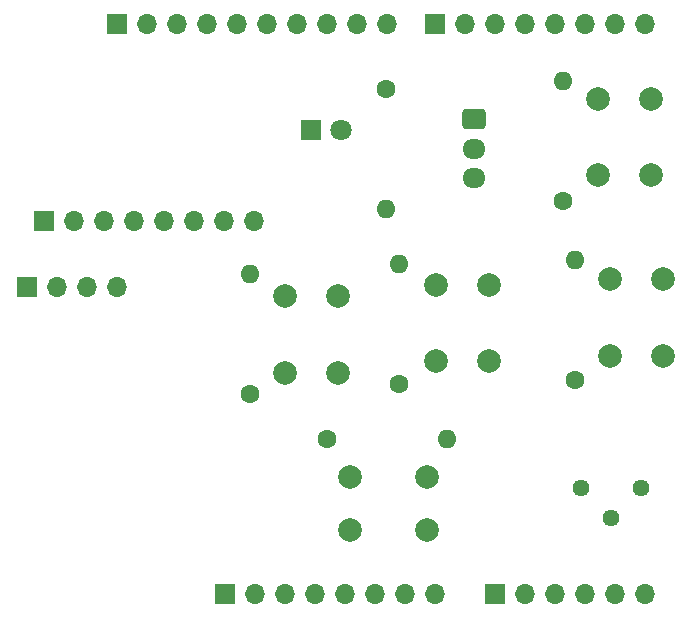
<source format=gbr>
%TF.GenerationSoftware,KiCad,Pcbnew,8.0.8*%
%TF.CreationDate,2025-02-03T21:16:33-07:00*%
%TF.ProjectId,Uno_Shield_ThermoProbe,556e6f5f-5368-4696-956c-645f54686572,rev?*%
%TF.SameCoordinates,Original*%
%TF.FileFunction,Soldermask,Top*%
%TF.FilePolarity,Negative*%
%FSLAX46Y46*%
G04 Gerber Fmt 4.6, Leading zero omitted, Abs format (unit mm)*
G04 Created by KiCad (PCBNEW 8.0.8) date 2025-02-03 21:16:33*
%MOMM*%
%LPD*%
G01*
G04 APERTURE LIST*
G04 Aperture macros list*
%AMRoundRect*
0 Rectangle with rounded corners*
0 $1 Rounding radius*
0 $2 $3 $4 $5 $6 $7 $8 $9 X,Y pos of 4 corners*
0 Add a 4 corners polygon primitive as box body*
4,1,4,$2,$3,$4,$5,$6,$7,$8,$9,$2,$3,0*
0 Add four circle primitives for the rounded corners*
1,1,$1+$1,$2,$3*
1,1,$1+$1,$4,$5*
1,1,$1+$1,$6,$7*
1,1,$1+$1,$8,$9*
0 Add four rect primitives between the rounded corners*
20,1,$1+$1,$2,$3,$4,$5,0*
20,1,$1+$1,$4,$5,$6,$7,0*
20,1,$1+$1,$6,$7,$8,$9,0*
20,1,$1+$1,$8,$9,$2,$3,0*%
G04 Aperture macros list end*
%ADD10R,1.700000X1.700000*%
%ADD11O,1.700000X1.700000*%
%ADD12C,1.600000*%
%ADD13O,1.600000X1.600000*%
%ADD14C,2.000000*%
%ADD15RoundRect,0.250000X-0.725000X0.600000X-0.725000X-0.600000X0.725000X-0.600000X0.725000X0.600000X0*%
%ADD16O,1.950000X1.700000*%
%ADD17R,1.800000X1.800000*%
%ADD18C,1.800000*%
%ADD19C,1.440000*%
G04 APERTURE END LIST*
D10*
%TO.C,J1*%
X127940000Y-97460000D03*
D11*
X130480000Y-97460000D03*
X133020000Y-97460000D03*
X135560000Y-97460000D03*
X138100000Y-97460000D03*
X140640000Y-97460000D03*
X143180000Y-97460000D03*
X145720000Y-97460000D03*
%TD*%
D10*
%TO.C,J3*%
X150800000Y-97460000D03*
D11*
X153340000Y-97460000D03*
X155880000Y-97460000D03*
X158420000Y-97460000D03*
X160960000Y-97460000D03*
X163500000Y-97460000D03*
%TD*%
D10*
%TO.C,J2*%
X118796000Y-49200000D03*
D11*
X121336000Y-49200000D03*
X123876000Y-49200000D03*
X126416000Y-49200000D03*
X128956000Y-49200000D03*
X131496000Y-49200000D03*
X134036000Y-49200000D03*
X136576000Y-49200000D03*
X139116000Y-49200000D03*
X141656000Y-49200000D03*
%TD*%
D10*
%TO.C,J4*%
X145720000Y-49200000D03*
D11*
X148260000Y-49200000D03*
X150800000Y-49200000D03*
X153340000Y-49200000D03*
X155880000Y-49200000D03*
X158420000Y-49200000D03*
X160960000Y-49200000D03*
X163500000Y-49200000D03*
%TD*%
D12*
%TO.C,R6*%
X130000000Y-80500000D03*
D13*
X130000000Y-70340000D03*
%TD*%
D14*
%TO.C,SW4*%
X138500000Y-87500000D03*
X145000000Y-87500000D03*
X138500000Y-92000000D03*
X145000000Y-92000000D03*
%TD*%
D12*
%TO.C,R5*%
X136530000Y-84360000D03*
D13*
X146690000Y-84360000D03*
%TD*%
D15*
%TO.C,J5*%
X149000000Y-57250000D03*
D16*
X149000000Y-59750000D03*
X149000000Y-62250000D03*
%TD*%
D12*
%TO.C,R2*%
X157500000Y-79330000D03*
D13*
X157500000Y-69170000D03*
%TD*%
D12*
%TO.C,R4*%
X142660000Y-79640000D03*
D13*
X142660000Y-69480000D03*
%TD*%
D12*
%TO.C,R1*%
X141500000Y-54670000D03*
D13*
X141500000Y-64830000D03*
%TD*%
D17*
%TO.C,D1*%
X135225000Y-58170000D03*
D18*
X137765000Y-58170000D03*
%TD*%
D11*
%TO.C,J6*%
X130340000Y-65900000D03*
X127800000Y-65900000D03*
X125260000Y-65900000D03*
X122720000Y-65900000D03*
X120180000Y-65900000D03*
X117640000Y-65900000D03*
X115100000Y-65900000D03*
D10*
X112560000Y-65900000D03*
%TD*%
D12*
%TO.C,R3*%
X156500000Y-64160000D03*
D13*
X156500000Y-54000000D03*
%TD*%
D14*
%TO.C,SW2*%
X159500000Y-62000000D03*
X159500000Y-55500000D03*
X164000000Y-62000000D03*
X164000000Y-55500000D03*
%TD*%
%TO.C,SW5*%
X133000000Y-78750000D03*
X133000000Y-72250000D03*
X137500000Y-78750000D03*
X137500000Y-72250000D03*
%TD*%
%TO.C,SW3*%
X145750000Y-77750000D03*
X145750000Y-71250000D03*
X150250000Y-77750000D03*
X150250000Y-71250000D03*
%TD*%
%TO.C,SW1*%
X160500000Y-77250000D03*
X160500000Y-70750000D03*
X165000000Y-77250000D03*
X165000000Y-70750000D03*
%TD*%
D10*
%TO.C,J7*%
X111100000Y-71475000D03*
D11*
X113640000Y-71475000D03*
X116180000Y-71475000D03*
X118720000Y-71475000D03*
%TD*%
D19*
%TO.C,RV1*%
X158080000Y-88460000D03*
X160620000Y-91000000D03*
X163160000Y-88460000D03*
%TD*%
M02*

</source>
